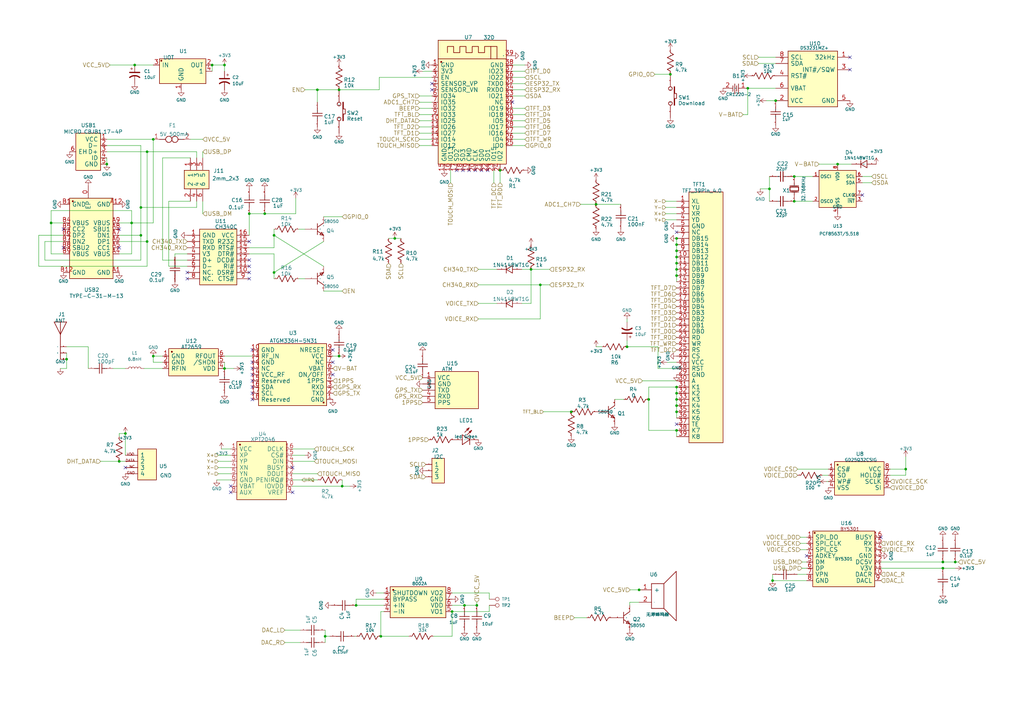
<source format=kicad_sch>
(kicad_sch (version 20210621) (generator eeschema)
  (paper "A3")
  (junction (at 20.955 91.44) (diameter 0.9144))
  (junction (at 27.305 147.32) (diameter 0.9144))
  (junction (at 43.815 67.31) (diameter 0.9144))
  (junction (at 48.895 189.23) (diameter 0.9144))
  (junction (at 51.435 177.8) (diameter 0.9144))
  (junction (at 53.975 91.44) (diameter 0.9144))
  (junction (at 55.245 26.67) (diameter 0.9144))
  (junction (at 57.785 85.09) (diameter 0.9144))
  (junction (at 57.785 96.52) (diameter 0.9144))
  (junction (at 60.325 62.23) (diameter 0.9144))
  (junction (at 60.325 99.06) (diameter 0.9144))
  (junction (at 62.865 57.15) (diameter 0.9144))
  (junction (at 62.865 146.05) (diameter 0.9144))
  (junction (at 86.995 26.67) (diameter 0.9144))
  (junction (at 92.075 26.67) (diameter 0.9144))
  (junction (at 92.075 151.13) (diameter 0.9144))
  (junction (at 102.235 87.63) (diameter 0.9144))
  (junction (at 108.585 87.63) (diameter 0.9144))
  (junction (at 112.395 96.52) (diameter 0.9144))
  (junction (at 112.395 111.76) (diameter 0.9144))
  (junction (at 130.175 36.83) (diameter 0.9144))
  (junction (at 133.35 260.985) (diameter 0.9144))
  (junction (at 139.065 36.83) (diameter 0.9144))
  (junction (at 139.065 146.05) (diameter 0.9144))
  (junction (at 140.335 199.39) (diameter 0.9144))
  (junction (at 146.05 248.285) (diameter 0.9144))
  (junction (at 156.21 260.985) (diameter 0.9144))
  (junction (at 161.925 97.79) (diameter 0.9144))
  (junction (at 185.42 250.825) (diameter 0.9144))
  (junction (at 190.5 248.285) (diameter 0.9144))
  (junction (at 195.58 248.285) (diameter 0.9144))
  (junction (at 205.105 69.85) (diameter 0.9144))
  (junction (at 217.805 110.49) (diameter 0.9144))
  (junction (at 221.615 116.84) (diameter 0.9144))
  (junction (at 234.315 168.91) (diameter 0.9144))
  (junction (at 244.475 83.82) (diameter 0.9144))
  (junction (at 257.175 142.24) (diameter 0.9144))
  (junction (at 262.128 241.935) (diameter 0.9144))
  (junction (at 266.065 163.83) (diameter 0.9144))
  (junction (at 274.955 30.48) (diameter 0.9144))
  (junction (at 277.495 97.79) (diameter 0.9144))
  (junction (at 277.495 100.33) (diameter 0.9144))
  (junction (at 277.495 102.87) (diameter 0.9144))
  (junction (at 277.495 105.41) (diameter 0.9144))
  (junction (at 277.495 107.95) (diameter 0.9144))
  (junction (at 277.495 110.49) (diameter 0.9144))
  (junction (at 277.495 113.03) (diameter 0.9144))
  (junction (at 277.495 158.75) (diameter 0.9144))
  (junction (at 277.495 161.29) (diameter 0.9144))
  (junction (at 277.495 163.83) (diameter 0.9144))
  (junction (at 277.495 166.37) (diameter 0.9144))
  (junction (at 277.495 168.91) (diameter 0.9144))
  (junction (at 277.495 176.53) (diameter 0.9144))
  (junction (at 306.705 36.195) (diameter 0.9144))
  (junction (at 315.595 77.47) (diameter 0.9144))
  (junction (at 316.865 238.125) (diameter 0.9144))
  (junction (at 318.135 41.275) (diameter 0.9144))
  (junction (at 325.755 72.39) (diameter 0.9144))
  (junction (at 325.755 82.55) (diameter 0.9144))
  (junction (at 343.535 67.31) (diameter 0.9144))
  (junction (at 371.475 192.405) (diameter 0.9144))
  (junction (at 386.715 230.505) (diameter 0.9144))
  (junction (at 386.715 233.045) (diameter 0.9144))
  (junction (at 391.795 230.505) (diameter 0.9144))
  (no_connect (at 26.035 93.98))
  (no_connect (at 26.035 101.6))
  (no_connect (at 48.895 93.98))
  (no_connect (at 48.895 101.6))
  (no_connect (at 51.435 191.77))
  (no_connect (at 76.835 111.76))
  (no_connect (at 76.835 114.3))
  (no_connect (at 94.615 199.39))
  (no_connect (at 94.615 201.93))
  (no_connect (at 102.235 99.06))
  (no_connect (at 102.235 106.68))
  (no_connect (at 102.235 109.22))
  (no_connect (at 102.235 111.76))
  (no_connect (at 102.235 114.3))
  (no_connect (at 103.505 143.51))
  (no_connect (at 103.505 148.59))
  (no_connect (at 103.505 151.13))
  (no_connect (at 103.505 153.67))
  (no_connect (at 103.505 156.21))
  (no_connect (at 103.505 158.75))
  (no_connect (at 103.505 161.29))
  (no_connect (at 103.505 163.83))
  (no_connect (at 120.015 191.77))
  (no_connect (at 120.015 201.93))
  (no_connect (at 136.525 143.51))
  (no_connect (at 136.525 148.59))
  (no_connect (at 136.525 153.67))
  (no_connect (at 177.165 34.29))
  (no_connect (at 177.165 36.83))
  (no_connect (at 187.325 69.85))
  (no_connect (at 189.865 69.85))
  (no_connect (at 192.405 69.85))
  (no_connect (at 194.945 69.85))
  (no_connect (at 197.485 69.85))
  (no_connect (at 200.025 69.85))
  (no_connect (at 210.185 41.91))
  (no_connect (at 277.495 95.25))
  (no_connect (at 277.495 173.99))
  (no_connect (at 330.835 227.965))
  (no_connect (at 348.615 23.495))
  (no_connect (at 348.615 28.575))
  (no_connect (at 353.695 80.01))
  (no_connect (at 361.315 220.345))
  (wire (pts (xy 15.875 96.52) (xy 26.035 96.52)))
  (wire (pts (xy 15.875 109.22) (xy 15.875 96.52)))
  (wire (pts (xy 18.415 99.06) (xy 26.035 99.06)))
  (wire (pts (xy 18.415 106.68) (xy 18.415 99.06)))
  (wire (pts (xy 20.955 86.36) (xy 20.955 91.44)))
  (wire (pts (xy 20.955 91.44) (xy 20.955 104.14)))
  (wire (pts (xy 20.955 91.44) (xy 26.035 91.44)))
  (wire (pts (xy 20.955 104.14) (xy 26.035 104.14)))
  (wire (pts (xy 24.765 151.13) (xy 27.305 151.13)))
  (wire (pts (xy 27.305 142.24) (xy 36.195 142.24)))
  (wire (pts (xy 27.305 147.32) (xy 27.305 144.78)))
  (wire (pts (xy 27.305 151.13) (xy 27.305 147.32)))
  (wire (pts (xy 36.195 142.24) (xy 36.195 151.13)))
  (wire (pts (xy 41.275 189.23) (xy 48.895 189.23)))
  (wire (pts (xy 43.815 57.15) (xy 62.865 57.15)))
  (wire (pts (xy 43.815 62.23) (xy 60.325 62.23)))
  (wire (pts (xy 43.815 67.31) (xy 43.815 64.77)))
  (wire (pts (xy 45.085 26.67) (xy 55.245 26.67)))
  (wire (pts (xy 48.895 96.52) (xy 57.785 96.52)))
  (wire (pts (xy 48.895 99.06) (xy 60.325 99.06)))
  (wire (pts (xy 48.895 177.8) (xy 48.895 179.07)))
  (wire (pts (xy 48.895 189.23) (xy 51.435 189.23)))
  (wire (pts (xy 51.435 151.13) (xy 46.355 151.13)))
  (wire (pts (xy 51.435 177.8) (xy 48.895 177.8)))
  (wire (pts (xy 51.435 186.69) (xy 51.435 177.8)))
  (wire (pts (xy 53.975 86.36) (xy 20.955 86.36)))
  (wire (pts (xy 53.975 91.44) (xy 48.895 91.44)))
  (wire (pts (xy 53.975 91.44) (xy 53.975 86.36)))
  (wire (pts (xy 53.975 91.44) (xy 53.975 104.14)))
  (wire (pts (xy 53.975 104.14) (xy 48.895 104.14)))
  (wire (pts (xy 55.245 26.67) (xy 62.865 26.67)))
  (wire (pts (xy 57.785 59.69) (xy 43.815 59.69)))
  (wire (pts (xy 57.785 85.09) (xy 57.785 59.69)))
  (wire (pts (xy 57.785 85.09) (xy 80.645 85.09)))
  (wire (pts (xy 57.785 96.52) (xy 57.785 85.09)))
  (wire (pts (xy 57.785 96.52) (xy 57.785 106.68)))
  (wire (pts (xy 57.785 106.68) (xy 18.415 106.68)))
  (wire (pts (xy 60.325 62.23) (xy 60.325 99.06)))
  (wire (pts (xy 60.325 62.23) (xy 80.645 62.23)))
  (wire (pts (xy 60.325 99.06) (xy 60.325 109.22)))
  (wire (pts (xy 60.325 109.22) (xy 15.875 109.22)))
  (wire (pts (xy 62.865 57.15) (xy 62.865 91.44)))
  (wire (pts (xy 62.865 91.44) (xy 53.975 91.44)))
  (wire (pts (xy 62.865 146.05) (xy 66.675 146.05)))
  (wire (pts (xy 62.865 148.59) (xy 62.865 146.05)))
  (wire (pts (xy 66.675 64.77) (xy 78.105 64.77)))
  (wire (pts (xy 66.675 106.68) (xy 66.675 64.77)))
  (wire (pts (xy 66.675 148.59) (xy 62.865 148.59)))
  (wire (pts (xy 66.675 151.13) (xy 59.055 151.13)))
  (wire (pts (xy 69.215 82.55) (xy 78.105 82.55)))
  (wire (pts (xy 69.215 109.22) (xy 69.215 82.55)))
  (wire (pts (xy 71.755 104.14) (xy 76.835 104.14)))
  (wire (pts (xy 71.755 105.41) (xy 71.755 104.14)))
  (wire (pts (xy 76.835 106.68) (xy 66.675 106.68)))
  (wire (pts (xy 76.835 109.22) (xy 69.215 109.22)))
  (wire (pts (xy 80.645 62.23) (xy 80.645 64.77)))
  (wire (pts (xy 80.645 85.09) (xy 80.645 82.55)))
  (wire (pts (xy 83.185 57.15) (xy 78.105 57.15)))
  (wire (pts (xy 83.185 64.77) (xy 83.185 62.23)))
  (wire (pts (xy 83.185 82.55) (xy 83.185 87.63)))
  (wire (pts (xy 86.995 26.67) (xy 86.995 29.21)))
  (wire (pts (xy 86.995 26.67) (xy 92.075 26.67)))
  (wire (pts (xy 89.535 186.69) (xy 94.615 186.69)))
  (wire (pts (xy 89.535 189.23) (xy 94.615 189.23)))
  (wire (pts (xy 89.535 191.77) (xy 94.615 191.77)))
  (wire (pts (xy 89.535 194.31) (xy 94.615 194.31)))
  (wire (pts (xy 92.075 29.21) (xy 92.075 26.67)))
  (wire (pts (xy 92.075 151.13) (xy 92.075 148.59)))
  (wire (pts (xy 92.075 151.13) (xy 95.885 151.13)))
  (wire (pts (xy 94.615 184.15) (xy 90.805 184.15)))
  (wire (pts (xy 94.615 196.85) (xy 88.9 196.85)))
  (wire (pts (xy 102.235 87.63) (xy 102.235 96.52)))
  (wire (pts (xy 102.235 101.6) (xy 112.395 101.6)))
  (wire (pts (xy 102.235 104.14) (xy 112.395 104.14)))
  (wire (pts (xy 103.505 146.05) (xy 92.075 146.05)))
  (wire (pts (xy 108.585 87.63) (xy 102.235 87.63)))
  (wire (pts (xy 112.395 96.52) (xy 112.395 93.98)))
  (wire (pts (xy 112.395 96.52) (xy 132.715 109.22)))
  (wire (pts (xy 112.395 101.6) (xy 112.395 96.52)))
  (wire (pts (xy 112.395 104.14) (xy 112.395 111.76)))
  (wire (pts (xy 112.395 111.76) (xy 112.395 114.3)))
  (wire (pts (xy 112.395 111.76) (xy 132.715 99.06)))
  (wire (pts (xy 116.84 258.445) (xy 123.19 258.445)))
  (wire (pts (xy 116.84 263.525) (xy 123.19 263.525)))
  (wire (pts (xy 120.015 184.15) (xy 128.905 184.15)))
  (wire (pts (xy 120.015 189.23) (xy 128.905 189.23)))
  (wire (pts (xy 120.015 194.31) (xy 130.175 194.31)))
  (wire (pts (xy 120.015 199.39) (xy 140.335 199.39)))
  (wire (pts (xy 121.285 81.28) (xy 121.285 87.63)))
  (wire (pts (xy 121.285 87.63) (xy 108.585 87.63)))
  (wire (pts (xy 122.555 93.98) (xy 125.095 93.98)))
  (wire (pts (xy 122.555 114.3) (xy 125.095 114.3)))
  (wire (pts (xy 125.095 36.83) (xy 130.175 36.83)))
  (wire (pts (xy 125.095 186.69) (xy 120.015 186.69)))
  (wire (pts (xy 130.175 36.83) (xy 130.175 41.91)))
  (wire (pts (xy 130.175 196.85) (xy 120.015 196.85)))
  (wire (pts (xy 132.715 88.9) (xy 140.335 88.9)))
  (wire (pts (xy 132.715 119.38) (xy 140.335 119.38)))
  (wire (pts (xy 133.35 260.985) (xy 133.35 258.445)))
  (wire (pts (xy 133.35 260.985) (xy 135.255 260.985)))
  (wire (pts (xy 133.35 263.525) (xy 133.35 260.985)))
  (wire (pts (xy 136.525 146.05) (xy 139.065 146.05)))
  (wire (pts (xy 139.065 36.83) (xy 130.175 36.83)))
  (wire (pts (xy 139.065 36.83) (xy 155.575 36.83)))
  (wire (pts (xy 140.335 199.39) (xy 140.335 196.85)))
  (wire (pts (xy 143.51 199.39) (xy 140.335 199.39)))
  (wire (pts (xy 145.415 260.985) (xy 146.05 260.985)))
  (wire (pts (xy 146.05 245.745) (xy 157.48 245.745)))
  (wire (pts (xy 146.05 248.285) (xy 146.05 245.745)))
  (wire (pts (xy 154.305 243.205) (xy 157.48 243.205)))
  (wire (pts (xy 155.575 31.75) (xy 177.165 31.75)))
  (wire (pts (xy 155.575 36.83) (xy 155.575 31.75)))
  (wire (pts (xy 156.21 250.825) (xy 156.21 260.985)))
  (wire (pts (xy 156.21 260.985) (xy 167.64 260.985)))
  (wire (pts (xy 157.48 248.285) (xy 146.05 248.285)))
  (wire (pts (xy 157.48 250.825) (xy 156.21 250.825)))
  (wire (pts (xy 159.385 97.79) (xy 161.925 97.79)))
  (wire (pts (xy 161.925 97.79) (xy 164.465 97.79)))
  (wire (pts (xy 172.085 39.37) (xy 177.165 39.37)))
  (wire (pts (xy 173.355 29.21) (xy 177.165 29.21)))
  (wire (pts (xy 177.165 41.91) (xy 172.085 41.91)))
  (wire (pts (xy 177.165 44.45) (xy 172.085 44.45)))
  (wire (pts (xy 177.165 46.99) (xy 172.085 46.99)))
  (wire (pts (xy 177.165 49.53) (xy 172.085 49.53)))
  (wire (pts (xy 177.165 52.07) (xy 172.085 52.07)))
  (wire (pts (xy 177.165 54.61) (xy 172.085 54.61)))
  (wire (pts (xy 177.165 57.15) (xy 172.085 57.15)))
  (wire (pts (xy 177.165 59.69) (xy 172.085 59.69)))
  (wire (pts (xy 177.8 260.985) (xy 185.42 260.985)))
  (wire (pts (xy 184.785 69.85) (xy 184.785 74.93)))
  (wire (pts (xy 185.42 248.285) (xy 190.5 248.285)))
  (wire (pts (xy 185.42 250.825) (xy 200.66 250.825)))
  (wire (pts (xy 185.42 260.985) (xy 185.42 250.825)))
  (wire (pts (xy 190.5 248.285) (xy 195.58 248.285)))
  (wire (pts (xy 195.58 248.285) (xy 195.58 247.015)))
  (wire (pts (xy 200.66 243.205) (xy 185.42 243.205)))
  (wire (pts (xy 200.66 245.745) (xy 200.66 243.205)))
  (wire (pts (xy 200.66 250.825) (xy 200.66 248.285)))
  (wire (pts (xy 202.565 69.85) (xy 202.565 74.93)))
  (wire (pts (xy 203.835 110.49) (xy 196.215 110.49)))
  (wire (pts (xy 203.835 124.46) (xy 196.215 124.46)))
  (wire (pts (xy 205.105 69.85) (xy 205.105 74.93)))
  (wire (pts (xy 210.185 26.67) (xy 215.265 26.67)))
  (wire (pts (xy 210.185 29.21) (xy 215.265 29.21)))
  (wire (pts (xy 210.185 31.75) (xy 215.265 31.75)))
  (wire (pts (xy 210.185 34.29) (xy 215.265 34.29)))
  (wire (pts (xy 210.185 36.83) (xy 215.265 36.83)))
  (wire (pts (xy 210.185 39.37) (xy 215.265 39.37)))
  (wire (pts (xy 210.185 44.45) (xy 215.265 44.45)))
  (wire (pts (xy 210.185 46.99) (xy 215.265 46.99)))
  (wire (pts (xy 210.185 49.53) (xy 215.265 49.53)))
  (wire (pts (xy 210.185 52.07) (xy 215.265 52.07)))
  (wire (pts (xy 210.185 54.61) (xy 215.265 54.61)))
  (wire (pts (xy 210.185 57.15) (xy 215.265 57.15)))
  (wire (pts (xy 210.185 59.69) (xy 215.265 59.69)))
  (wire (pts (xy 213.995 124.46) (xy 217.805 124.46)))
  (wire (pts (xy 217.805 110.49) (xy 213.995 110.49)))
  (wire (pts (xy 217.805 110.49) (xy 225.425 110.49)))
  (wire (pts (xy 217.805 124.46) (xy 217.805 110.49)))
  (wire (pts (xy 221.615 116.84) (xy 196.215 116.84)))
  (wire (pts (xy 221.615 116.84) (xy 221.615 130.81)))
  (wire (pts (xy 221.615 130.81) (xy 196.215 130.81)))
  (wire (pts (xy 222.885 168.91) (xy 234.315 168.91)))
  (wire (pts (xy 225.425 116.84) (xy 221.615 116.84)))
  (wire (pts (xy 235.585 253.365) (xy 240.665 253.365)))
  (wire (pts (xy 244.475 83.82) (xy 238.125 83.82)))
  (wire (pts (xy 244.475 83.82) (xy 254.635 83.82)))
  (wire (pts (xy 247.015 142.24) (xy 244.475 142.24)))
  (wire (pts (xy 250.825 253.365) (xy 250.698 253.365)))
  (wire (pts (xy 255.905 163.83) (xy 252.095 163.83)))
  (wire (pts (xy 257.175 130.81) (xy 257.175 132.08)))
  (wire (pts (xy 257.175 139.7) (xy 257.175 142.24)))
  (wire (pts (xy 257.175 142.24) (xy 269.875 142.24)))
  (wire (pts (xy 258.318 247.015) (xy 258.318 248.285)))
  (wire (pts (xy 258.445 241.935) (xy 262.128 241.935)))
  (wire (pts (xy 262.128 241.935) (xy 262.255 241.935)))
  (wire (pts (xy 262.128 247.015) (xy 258.318 247.015)))
  (wire (pts (xy 266.065 158.75) (xy 266.065 163.83)))
  (wire (pts (xy 266.065 163.83) (xy 266.065 176.53)))
  (wire (pts (xy 266.065 176.53) (xy 277.495 176.53)))
  (wire (pts (xy 269.875 142.24) (xy 269.875 151.13)))
  (wire (pts (xy 269.875 151.13) (xy 277.495 151.13)))
  (wire (pts (xy 273.05 82.55) (xy 277.495 82.55)))
  (wire (pts (xy 273.05 85.09) (xy 277.495 85.09)))
  (wire (pts (xy 273.05 87.63) (xy 277.495 87.63)))
  (wire (pts (xy 273.05 90.17) (xy 277.495 90.17)))
  (wire (pts (xy 273.685 148.59) (xy 277.495 148.59)))
  (wire (pts (xy 274.955 30.48) (xy 268.605 30.48)))
  (wire (pts (xy 277.495 97.79) (xy 277.495 100.33)))
  (wire (pts (xy 277.495 100.33) (xy 277.495 102.87)))
  (wire (pts (xy 277.495 102.87) (xy 277.495 105.41)))
  (wire (pts (xy 277.495 105.41) (xy 277.495 107.95)))
  (wire (pts (xy 277.495 107.95) (xy 277.495 110.49)))
  (wire (pts (xy 277.495 110.49) (xy 277.495 113.03)))
  (wire (pts (xy 277.495 113.03) (xy 277.495 115.57)))
  (wire (pts (xy 277.495 156.21) (xy 263.525 156.21)))
  (wire (pts (xy 277.495 158.75) (xy 266.065 158.75)))
  (wire (pts (xy 277.495 161.29) (xy 277.495 158.75)))
  (wire (pts (xy 277.495 163.83) (xy 277.495 161.29)))
  (wire (pts (xy 277.495 166.37) (xy 277.495 163.83)))
  (wire (pts (xy 277.495 168.91) (xy 277.495 166.37)))
  (wire (pts (xy 277.495 171.45) (xy 277.495 168.91)))
  (wire (pts (xy 277.495 179.07) (xy 277.495 176.53)))
  (wire (pts (xy 304.8 46.99) (xy 306.705 46.99)))
  (wire (pts (xy 306.705 36.195) (xy 318.135 36.195)))
  (wire (pts (xy 306.705 46.99) (xy 306.705 36.195)))
  (wire (pts (xy 311.15 23.495) (xy 318.135 23.495)))
  (wire (pts (xy 311.15 26.035) (xy 318.135 26.035)))
  (wire (pts (xy 315.595 77.47) (xy 311.785 77.47)))
  (wire (pts (xy 315.595 77.47) (xy 315.595 72.39)))
  (wire (pts (xy 315.595 82.55) (xy 315.595 77.47)))
  (wire (pts (xy 316.865 238.125) (xy 316.865 235.585)))
  (wire (pts (xy 318.135 41.275) (xy 314.325 41.275)))
  (wire (pts (xy 325.755 72.39) (xy 333.375 72.39)))
  (wire (pts (xy 327.152 192.405) (xy 339.725 192.405)))
  (wire (pts (xy 328.295 220.345) (xy 330.835 220.345)))
  (wire (pts (xy 328.295 222.885) (xy 330.835 222.885)))
  (wire (pts (xy 328.295 225.425) (xy 330.835 225.425)))
  (wire (pts (xy 328.93 230.505) (xy 330.835 230.505)))
  (wire (pts (xy 328.93 233.045) (xy 330.835 233.045)))
  (wire (pts (xy 330.835 235.585) (xy 327.025 235.585)))
  (wire (pts (xy 330.835 238.125) (xy 316.865 238.125)))
  (wire (pts (xy 333.375 82.55) (xy 325.755 82.55)))
  (wire (pts (xy 335.915 67.31) (xy 343.535 67.31)))
  (wire (pts (xy 337.312 194.945) (xy 339.725 194.945)))
  (wire (pts (xy 339.09 197.485) (xy 339.725 197.485)))
  (wire (pts (xy 343.535 67.31) (xy 349.25 67.31)))
  (wire (pts (xy 357.505 72.39) (xy 353.695 72.39)))
  (wire (pts (xy 357.505 74.93) (xy 353.695 74.93)))
  (wire (pts (xy 361.315 230.505) (xy 386.715 230.505)))
  (wire (pts (xy 361.315 233.045) (xy 386.715 233.045)))
  (wire (pts (xy 371.475 187.325) (xy 371.475 192.405)))
  (wire (pts (xy 371.475 192.405) (xy 365.125 192.405)))
  (wire (pts (xy 371.475 192.405) (xy 371.475 194.945)))
  (wire (pts (xy 371.475 194.945) (xy 365.125 194.945)))
  (wire (pts (xy 386.715 230.505) (xy 391.795 230.505)))
  (wire (pts (xy 386.715 233.045) (xy 391.795 233.045)))
  (wire (pts (xy 391.795 230.505) (xy 393.065 230.505)))
  (hierarchical_label "DHT_DATA" (shape input) (at 41.275 189.23 180) (effects (font (size 1.6764 1.6764))))
  (hierarchical_label "VCC_5V" (shape input) (at 45.085 26.67 180) (effects (font (size 1.6764 1.6764))))
  (hierarchical_label "CH340_TX" (shape input) (at 76.835 99.06 180) (effects (font (size 1.6764 1.6764))))
  (hierarchical_label "CH340_RX" (shape input) (at 76.835 101.6 180) (effects (font (size 1.6764 1.6764))))
  (hierarchical_label "VCC_5V" (shape input) (at 83.185 57.15 0) (effects (font (size 1.6764 1.6764))))
  (hierarchical_label "USB_DP" (shape input) (at 83.185 62.23 0) (effects (font (size 1.6764 1.6764))))
  (hierarchical_label "USB_DM" (shape input) (at 83.185 87.63 0) (effects (font (size 1.6764 1.6764))))
  (hierarchical_label "X+" (shape input) (at 89.535 186.69 180) (effects (font (size 1.3716 1.3716))))
  (hierarchical_label "Y+" (shape input) (at 89.535 189.23 180) (effects (font (size 1.3716 1.3716))))
  (hierarchical_label "X-" (shape input) (at 89.535 191.77 180) (effects (font (size 1.3716 1.3716))))
  (hierarchical_label "Y-" (shape input) (at 89.535 194.31 180) (effects (font (size 1.3716 1.3716))))
  (hierarchical_label "DAC_L" (shape input) (at 116.84 258.445 180) (effects (font (size 1.6764 1.6764))))
  (hierarchical_label "DAC_R" (shape input) (at 116.84 263.525 180) (effects (font (size 1.6764 1.6764))))
  (hierarchical_label "IRQ" (shape input) (at 123.825 196.85 0) (effects (font (size 1.3716 1.3716))))
  (hierarchical_label "EN" (shape input) (at 125.095 36.83 180) (effects (font (size 1.6764 1.6764))))
  (hierarchical_label "TOUCH_SCK" (shape input) (at 128.905 184.15 0) (effects (font (size 1.6764 1.6764))))
  (hierarchical_label "TOUCH_MOSI" (shape input) (at 128.905 189.23 0) (effects (font (size 1.6764 1.6764))))
  (hierarchical_label "TOUCH_MISO" (shape input) (at 130.175 194.31 0) (effects (font (size 1.6764 1.6764))))
  (hierarchical_label "V-BAT" (shape input) (at 136.525 151.13 0) (effects (font (size 1.6764 1.6764))))
  (hierarchical_label "1PPS" (shape input) (at 136.525 156.21 0) (effects (font (size 1.6764 1.6764))))
  (hierarchical_label "GPS_RX" (shape input) (at 136.525 158.75 0) (effects (font (size 1.6764 1.6764))))
  (hierarchical_label "GPS_TX" (shape input) (at 136.525 161.29 0) (effects (font (size 1.6764 1.6764))))
  (hierarchical_label "GPIO_0" (shape input) (at 140.335 88.9 0) (effects (font (size 1.6764 1.6764))))
  (hierarchical_label "EN" (shape input) (at 140.335 119.38 0) (effects (font (size 1.6764 1.6764))))
  (hierarchical_label "SDA" (shape input) (at 159.385 107.95 270) (effects (font (size 1.6764 1.6764))))
  (hierarchical_label "SCL" (shape input) (at 164.465 107.95 270) (effects (font (size 1.6764 1.6764))))
  (hierarchical_label "GPS_TX" (shape input) (at 172.085 39.37 180) (effects (font (size 1.6764 1.6764))))
  (hierarchical_label "ADC1_CH7" (shape input) (at 172.085 41.91 180) (effects (font (size 1.6764 1.6764))))
  (hierarchical_label "BEEP" (shape input) (at 172.085 44.45 180) (effects (font (size 1.6764 1.6764))))
  (hierarchical_label "TFT_BL" (shape input) (at 172.085 46.99 180) (effects (font (size 1.6764 1.6764))))
  (hierarchical_label "DHT_DATA" (shape input) (at 172.085 49.53 180) (effects (font (size 1.6764 1.6764))))
  (hierarchical_label "TFT_D2" (shape input) (at 172.085 52.07 180) (effects (font (size 1.6764 1.6764))))
  (hierarchical_label "TFT_D1" (shape input) (at 172.085 54.61 180) (effects (font (size 1.6764 1.6764))))
  (hierarchical_label "TOUCH_SCK" (shape input) (at 172.085 57.15 180) (effects (font (size 1.6764 1.6764))))
  (hierarchical_label "TOUCH_MISO" (shape input) (at 172.085 59.69 180) (effects (font (size 1.6764 1.6764))))
  (hierarchical_label "VCC_5V" (shape input) (at 173.355 154.94 180) (effects (font (size 1.6764 1.6764))))
  (hierarchical_label "GPS_TX" (shape input) (at 173.355 160.02 180) (effects (font (size 1.6764 1.6764))))
  (hierarchical_label "GPS_RX" (shape input) (at 173.355 162.56 180) (effects (font (size 1.6764 1.6764))))
  (hierarchical_label "1PPS" (shape input) (at 173.355 165.1 180) (effects (font (size 1.6764 1.6764))))
  (hierarchical_label "SCL" (shape input) (at 174.625 190.5 180) (effects (font (size 1.6764 1.6764))))
  (hierarchical_label "SDA" (shape input) (at 174.625 195.58 180) (effects (font (size 1.6764 1.6764))))
  (hierarchical_label "1PPS" (shape input) (at 175.895 180.34 180) (effects (font (size 1.6764 1.6764))))
  (hierarchical_label "TOUCH_MOSI" (shape input) (at 184.785 74.93 270) (effects (font (size 1.6764 1.6764))))
  (hierarchical_label "VCC_5V" (shape input) (at 195.58 247.015 90) (effects (font (size 1.6764 1.6764))))
  (hierarchical_label "CH340_TX" (shape input) (at 196.215 110.49 180) (effects (font (size 1.6764 1.6764))))
  (hierarchical_label "CH340_RX" (shape input) (at 196.215 116.84 180) (effects (font (size 1.6764 1.6764))))
  (hierarchical_label "VOICE_TX" (shape input) (at 196.215 124.46 180) (effects (font (size 1.6764 1.6764))))
  (hierarchical_label "VOICE_RX" (shape input) (at 196.215 130.81 180) (effects (font (size 1.6764 1.6764))))
  (hierarchical_label "TFT_DC" (shape input) (at 202.565 74.93 270) (effects (font (size 1.6764 1.6764))))
  (hierarchical_label "TFT_RD" (shape input) (at 205.105 74.93 270) (effects (font (size 1.6764 1.6764))))
  (hierarchical_label "TFT_D0" (shape input) (at 215.265 29.21 0) (effects (font (size 1.6764 1.6764))))
  (hierarchical_label "SCL" (shape input) (at 215.265 31.75 0) (effects (font (size 1.6764 1.6764))))
  (hierarchical_label "ESP32_TX" (shape input) (at 215.265 34.29 0) (effects (font (size 1.6764 1.6764))))
  (hierarchical_label "ESP32_RX" (shape input) (at 215.265 36.83 0) (effects (font (size 1.6764 1.6764))))
  (hierarchical_label "SDA" (shape input) (at 215.265 39.37 0) (effects (font (size 1.6764 1.6764))))
  (hierarchical_label "TFT_D3" (shape input) (at 215.265 44.45 0) (effects (font (size 1.6764 1.6764))))
  (hierarchical_label "TFT_D4" (shape input) (at 215.265 46.99 0) (effects (font (size 1.6764 1.6764))))
  (hierarchical_label "TFT_D5" (shape input) (at 215.265 49.53 0) (effects (font (size 1.6764 1.6764))))
  (hierarchical_label "TFT_D6" (shape input) (at 215.265 52.07 0) (effects (font (size 1.6764 1.6764))))
  (hierarchical_label "TFT_D7" (shape input) (at 215.265 54.61 0) (effects (font (size 1.6764 1.6764))))
  (hierarchical_label "TFT_WR" (shape input) (at 215.265 57.15 0) (effects (font (size 1.6764 1.6764))))
  (hierarchical_label "GPIO_0" (shape input) (at 215.265 59.69 0) (effects (font (size 1.6764 1.6764))))
  (hierarchical_label "TFT_BL" (shape input) (at 222.885 168.91 180) (effects (font (size 1.3716 1.3716))))
  (hierarchical_label "ESP32_RX" (shape input) (at 225.425 110.49 0) (effects (font (size 1.6764 1.6764))))
  (hierarchical_label "ESP32_TX" (shape input) (at 225.425 116.84 0) (effects (font (size 1.6764 1.6764))))
  (hierarchical_label "BEEP" (shape input) (at 235.585 253.365 180) (effects (font (size 1.6764 1.6764))))
  (hierarchical_label "ADC1_CH7" (shape input) (at 238.125 83.82 180) (effects (font (size 1.6764 1.6764))))
  (hierarchical_label "VCC_5V" (shape input) (at 258.445 241.935 180) (effects (font (size 1.6764 1.6764))))
  (hierarchical_label "VCC_5V" (shape input) (at 263.525 156.21 180) (effects (font (size 1.6764 1.6764))))
  (hierarchical_label "GPIO_0" (shape input) (at 268.605 30.48 180) (effects (font (size 1.6764 1.6764))))
  (hierarchical_label "X-" (shape input) (at 273.05 82.55 180) (effects (font (size 1.3716 1.3716))))
  (hierarchical_label "Y-" (shape input) (at 273.05 85.09 180) (effects (font (size 1.3716 1.3716))))
  (hierarchical_label "X+" (shape input) (at 273.05 87.63 180) (effects (font (size 1.3716 1.3716))))
  (hierarchical_label "Y+" (shape input) (at 273.05 90.17 180) (effects (font (size 1.3716 1.3716))))
  (hierarchical_label "TFT_D7" (shape input) (at 277.495 118.11 180) (effects (font (size 1.6764 1.6764))))
  (hierarchical_label "TFT_D6" (shape input) (at 277.495 120.65 180) (effects (font (size 1.6764 1.6764))))
  (hierarchical_label "TFT_D5" (shape input) (at 277.495 123.19 180) (effects (font (size 1.6764 1.6764))))
  (hierarchical_label "TFT_D4" (shape input) (at 277.495 125.73 180) (effects (font (size 1.6764 1.6764))))
  (hierarchical_label "TFT_D3" (shape input) (at 277.495 128.27 180) (effects (font (size 1.6764 1.6764))))
  (hierarchical_label "TFT_D2" (shape input) (at 277.495 130.81 180) (effects (font (size 1.6764 1.6764))))
  (hierarchical_label "TFT_D1" (shape input) (at 277.495 133.35 180) (effects (font (size 1.6764 1.6764))))
  (hierarchical_label "TFT_D0" (shape input) (at 277.495 135.89 180) (effects (font (size 1.6764 1.6764))))
  (hierarchical_label "TFT_RD" (shape input) (at 277.495 138.43 180) (effects (font (size 1.6764 1.6764))))
  (hierarchical_label "TFT_WR" (shape input) (at 277.495 140.97 180) (effects (font (size 1.6764 1.6764))))
  (hierarchical_label "TFT_DC" (shape input) (at 277.495 143.51 180) (effects (font (size 1.6764 1.6764))))
  (hierarchical_label "V-BAT" (shape input) (at 304.8 46.99 180) (effects (font (size 1.6764 1.6764))))
  (hierarchical_label "SCL" (shape input) (at 311.15 23.495 180) (effects (font (size 1.6764 1.6764))))
  (hierarchical_label "SDA" (shape input) (at 311.15 26.035 180) (effects (font (size 1.6764 1.6764))))
  (hierarchical_label "VOICE_CS" (shape input) (at 327.152 192.405 180) (effects (font (size 1.6764 1.6764))))
  (hierarchical_label "VOICE_DO" (shape input) (at 327.152 194.945 180) (effects (font (size 1.6764 1.6764))))
  (hierarchical_label "VOICE_DO" (shape input) (at 328.295 220.345 180) (effects (font (size 1.6764 1.6764))))
  (hierarchical_label "VOICE_SCK" (shape input) (at 328.295 222.885 180) (effects (font (size 1.6764 1.6764))))
  (hierarchical_label "VOICE_CS" (shape input) (at 328.295 225.425 180) (effects (font (size 1.6764 1.6764))))
  (hierarchical_label "USB_DM" (shape input) (at 328.93 230.505 180) (effects (font (size 1.6764 1.6764))))
  (hierarchical_label "USB_DP" (shape input) (at 328.93 233.045 180) (effects (font (size 1.6764 1.6764))))
  (hierarchical_label "V-BAT" (shape input) (at 335.915 67.31 180) (effects (font (size 1.6764 1.6764))))
  (hierarchical_label "SCL" (shape input) (at 357.505 72.39 0) (effects (font (size 1.6764 1.6764))))
  (hierarchical_label "SDA" (shape input) (at 357.505 74.93 0) (effects (font (size 1.6764 1.6764))))
  (hierarchical_label "VOICE_RX" (shape input) (at 361.315 222.885 0) (effects (font (size 1.6764 1.6764))))
  (hierarchical_label "VOICE_TX" (shape input) (at 361.315 225.425 0) (effects (font (size 1.6764 1.6764))))
  (hierarchical_label "DAC_R" (shape input) (at 361.315 235.585 0) (effects (font (size 1.6764 1.6764))))
  (hierarchical_label "DAC_L" (shape input) (at 361.315 238.125 0) (effects (font (size 1.6764 1.6764))))
  (hierarchical_label "VOICE_SCK" (shape input) (at 365.125 197.485 0) (effects (font (size 1.6764 1.6764))))
  (hierarchical_label "VOICE_DO" (shape input) (at 365.125 200.025 0) (effects (font (size 1.6764 1.6764))))
  (hierarchical_label "VCC_5V" (shape input) (at 393.065 230.505 0) (effects (font (size 1.6764 1.6764))))
  (symbol (lib_id "power:+3.3V") (at 51.435 177.8 0) (unit 1)
    (property "Reference" "#VCC_3.3V_016" (effects hide))
    (property "Value" "3.3V" (at 51.435 179.578 0))
  )
  (symbol (lib_id "power:+3.3V") (at 90.805 184.15 0) (unit 1)
    (property "Reference" "#VCC_3.3V_017" (effects hide))
    (property "Value" "3.3V" (at 90.805 185.928 0))
  )
  (symbol (lib_id "power:+3.3V") (at 92.075 26.67 0) (unit 1)
    (property "Reference" "#VCC_3.3V_02" (effects hide))
    (property "Value" "3.3V" (at 92.075 22.733 0))
  )
  (symbol (lib_id "power:+3.3V") (at 95.885 151.13 270) (unit 1)
    (property "Reference" "#VCC_3.3V_014" (effects hide))
    (property "Value" "3.3V" (at 99.187 151.13 0))
  )
  (symbol (lib_id "power:+3.3V") (at 121.285 81.28 0) (unit 1)
    (property "Reference" "#VCC_3.3V_09" (effects hide))
    (property "Value" "3.3V" (at 121.285 77.978 0))
  )
  (symbol (lib_id "power:+3.3V") (at 139.065 26.67 0) (unit 1)
    (property "Reference" "#VCC_3.3V_03" (effects hide))
    (property "Value" "3.3V" (at 139.065 23.368 0))
  )
  (symbol (lib_id "power:+3.3V") (at 139.065 146.05 270) (unit 1)
    (property "Reference" "#VCC_3.3V_013" (effects hide))
    (property "Value" "3.3V" (at 143.637 146.05 0))
  )
  (symbol (lib_id "power:+3.3V") (at 143.51 199.39 270) (unit 1)
    (property "Reference" "#VCC_3.3V_019" (effects hide))
    (property "Value" "3.3V" (at 147.447 199.39 0))
  )
  (symbol (lib_id "power:+3.3V") (at 161.925 97.79 0) (unit 1)
    (property "Reference" "#VCC_3.3V_010" (effects hide))
    (property "Value" "3.3V" (at 161.925 93.853 0))
  )
  (symbol (lib_id "power:+3.3V") (at 173.355 29.21 90) (unit 1)
    (property "Reference" "#VCC_3.3V_04" (effects hide))
    (property "Value" "3.3V" (at 170.053 29.21 0))
  )
  (symbol (lib_id "power:+3.3V") (at 217.805 100.33 0) (unit 1)
    (property "Reference" "#VCC_3.3V_011" (effects hide))
    (property "Value" "3.3V" (at 217.805 102.108 0))
  )
  (symbol (lib_id "power:+3.3V") (at 244.475 73.66 0) (unit 1)
    (property "Reference" "#VCC_3.3V_08" (effects hide))
    (property "Value" "3.3V" (at 244.475 69.723 0))
  )
  (symbol (lib_id "power:+3.3V") (at 244.475 142.24 0) (unit 1)
    (property "Reference" "#VCC_3.3V_012" (effects hide))
    (property "Value" "3.3V" (at 244.475 144.018 0))
  )
  (symbol (lib_id "power:+3.3V") (at 273.685 148.59 90) (unit 1)
    (property "Reference" "#VCC_3.3V_015" (effects hide))
    (property "Value" "3.3V" (at 270.383 148.59 0))
  )
  (symbol (lib_id "power:+3.3V") (at 274.955 20.32 0) (unit 1)
    (property "Reference" "#VCC_3.3V_01" (effects hide))
    (property "Value" "3.3V" (at 274.955 17.018 0))
  )
  (symbol (lib_id "power:+3.3V") (at 307.975 31.115 90) (unit 1)
    (property "Reference" "#VCC_3.3V_05" (effects hide))
    (property "Value" "3.3V" (at 304.673 31.115 0))
  )
  (symbol (lib_id "power:+3.3V") (at 314.325 41.275 90) (unit 1)
    (property "Reference" "#VCC_3.3V_06" (effects hide))
    (property "Value" "3.3V" (at 311.023 41.275 0))
  )
  (symbol (lib_id "power:+3.3V") (at 339.09 197.485 90) (unit 1)
    (property "Reference" "#VCC_3.3V_018" (effects hide))
    (property "Value" "3.3V" (at 335.788 197.485 0))
  )
  (symbol (lib_id "power:+3.3V") (at 359.41 67.31 0) (unit 1)
    (property "Reference" "#VCC_3.3V_07" (effects hide))
    (property "Value" "+3.3V" (at 359.41 62.103 0))
  )
  (symbol (lib_id "power:+3.3V") (at 371.475 187.325 0) (unit 1)
    (property "Reference" "#VCC_3.3V01" (effects hide))
    (property "Value" "3.3V" (at 371.475 184.023 0))
  )
  (symbol (lib_id "power:+3.3V") (at 391.795 233.045 270) (unit 1)
    (property "Reference" "#VCC_3.3V_020" (effects hide))
    (property "Value" "3.3V" (at 397.002 233.045 90))
  )
  (symbol (lib_id "Connector:TestPoint") (at 200.66 245.745 270) (unit 1)
    (property "Reference" "TP1" (at 205.74 245.7449 90) (effects (justify left)))
    (property "Value" "TestPoint" (effects hide))
    (property "Footprint" "TestPoint:TestPoint_Pad_D2.5mm" (effects hide))
  )
  (symbol (lib_id "Connector:TestPoint") (at 200.66 248.285 270) (unit 1)
    (property "Reference" "TP2" (at 205.74 248.2849 90) (effects (justify left)))
    (property "Value" "SPEAKER" (effects hide))
    (property "Footprint" "TestPoint:TestPoint_Pad_D2.5mm" (effects hide))
  )
  (symbol (lib_id "power:GND") (at 24.765 151.13 0) (unit 1)
    (property "Reference" "#GND_037" (effects hide))
    (property "Value" "GND" (at 24.765 148.336 0))
  )
  (symbol (lib_id "power:GND") (at 26.035 83.82 270) (unit 1)
    (property "Reference" "#GND_021" (effects hide))
    (property "Value" "GND" (at 22.479 83.82 0))
  )
  (symbol (lib_id "power:GND") (at 26.035 111.76 0) (unit 1)
    (property "Reference" "#GND_029" (effects hide))
    (property "Value" "GND" (at 26.035 115.316 0))
  )
  (symbol (lib_id "power:GND") (at 28.575 62.23 0) (unit 1)
    (property "Reference" "#GND_013" (effects hide))
    (property "Value" "GND" (at 28.575 66.421 0))
  )
  (symbol (lib_id "power:GND") (at 36.195 76.2 180) (unit 1)
    (property "Reference" "#GND_017" (effects hide))
    (property "Value" "GND" (at 36.195 72.644 0))
  )
  (symbol (lib_id "power:GND") (at 43.815 67.31 0) (unit 1)
    (property "Reference" "#GND_014" (effects hide))
    (property "Value" "GND" (at 43.815 71.501 0))
  )
  (symbol (lib_id "power:GND") (at 48.895 83.82 90) (unit 1)
    (property "Reference" "#GND_022" (effects hide))
    (property "Value" "GND" (at 52.451 83.82 0))
  )
  (symbol (lib_id "power:GND") (at 48.895 111.76 0) (unit 1)
    (property "Reference" "#GND_030" (effects hide))
    (property "Value" "GND" (at 48.895 115.316 0))
  )
  (symbol (lib_id "power:GND") (at 51.435 194.31 0) (unit 1)
    (property "Reference" "#GND_047" (effects hide))
    (property "Value" "GND" (at 51.435 198.501 0))
  )
  (symbol (lib_id "power:GND") (at 55.245 34.29 0) (unit 1)
    (property "Reference" "#GND_05" (effects hide))
    (property "Value" "GND" (at 55.245 37.846 0))
  )
  (symbol (lib_id "power:GND") (at 62.865 146.05 180) (unit 1)
    (property "Reference" "#GND_035" (effects hide))
    (property "Value" "GND" (at 62.865 142.494 0))
  )
  (symbol (lib_id "power:GND") (at 71.755 115.57 0) (unit 1)
    (property "Reference" "#GND_031" (effects hide))
    (property "Value" "GND" (at 71.755 119.126 0))
  )
  (symbol (lib_id "power:GND") (at 74.295 36.83 0) (unit 1)
    (property "Reference" "#GND_06" (effects hide))
    (property "Value" "GND" (at 74.295 41.021 0))
  )
  (symbol (lib_id "power:GND") (at 76.835 96.52 270) (unit 1)
    (property "Reference" "#GND_027" (effects hide))
    (property "Value" "GND" (at 72.009 95.885 0))
  )
  (symbol (lib_id "power:GND") (at 88.9 196.85 0) (unit 1)
    (property "Reference" "#GND_048" (effects hide))
    (property "Value" "GND" (at 88.9 200.406 0))
  )
  (symbol (lib_id "power:GND") (at 92.075 36.83 0) (unit 1)
    (property "Reference" "#GND_07" (effects hide))
    (property "Value" "GND" (at 92.075 41.021 0))
  )
  (symbol (lib_id "power:GND") (at 92.075 161.29 0) (unit 1)
    (property "Reference" "#GND_040" (effects hide))
    (property "Value" "GND" (at 92.075 164.846 0))
  )
  (symbol (lib_id "power:GND") (at 102.235 77.47 180) (unit 1)
    (property "Reference" "#GND_018" (effects hide))
    (property "Value" "GND" (at 102.235 73.914 0))
  )
  (symbol (lib_id "power:GND") (at 108.585 77.47 180) (unit 1)
    (property "Reference" "#GND_019" (effects hide))
    (property "Value" "GND" (at 108.585 73.914 0))
  )
  (symbol (lib_id "power:GND") (at 125.095 186.69 90) (unit 1)
    (property "Reference" "#GND_045" (effects hide))
    (property "Value" "GND" (at 129.286 186.69 0))
  )
  (symbol (lib_id "power:GND") (at 130.175 52.07 0) (unit 1)
    (property "Reference" "#GND_011" (effects hide))
    (property "Value" "GND" (at 130.175 56.261 0))
  )
  (symbol (lib_id "power:GND") (at 135.89 248.285 270) (unit 1)
    (property "Reference" "#GND_056" (effects hide))
    (property "Value" "GND" (at 131.699 248.285 0))
  )
  (symbol (lib_id "power:GND") (at 136.525 163.83 0) (unit 1)
    (property "Reference" "#GND_041" (effects hide))
    (property "Value" "GND" (at 136.525 168.656 0))
  )
  (symbol (lib_id "power:GND") (at 139.065 54.61 0) (unit 1)
    (property "Reference" "#GND_012" (effects hide))
    (property "Value" "GND" (at 139.065 58.166 0))
  )
  (symbol (lib_id "power:GND") (at 139.065 135.89 180) (unit 1)
    (property "Reference" "#GND_033" (effects hide))
    (property "Value" "GND" (at 139.065 132.334 0))
  )
  (symbol (lib_id "power:GND") (at 154.305 243.205 270) (unit 1)
    (property "Reference" "#GND_053" (effects hide))
    (property "Value" "GND" (at 150.749 243.205 0))
  )
  (symbol (lib_id "power:GND") (at 173.355 144.78 180) (unit 1)
    (property "Reference" "#GND_034" (effects hide))
    (property "Value" "GND" (at 173.355 141.224 0))
  )
  (symbol (lib_id "power:GND") (at 173.355 157.48 270) (unit 1)
    (property "Reference" "#GND_039" (effects hide))
    (property "Value" "GND" (at 176.149 157.48 0))
  )
  (symbol (lib_id "power:GND") (at 174.625 193.04 270) (unit 1)
    (property "Reference" "#GND_046" (effects hide))
    (property "Value" "GND" (at 171.069 193.04 0))
  )
  (symbol (lib_id "power:GND") (at 177.165 26.67 270) (unit 1)
    (property "Reference" "#GND_02" (effects hide))
    (property "Value" "GND" (at 173.609 26.67 0))
  )
  (symbol (lib_id "power:GND") (at 182.245 69.85 0) (unit 1)
    (property "Reference" "#GND_015" (effects hide))
    (property "Value" "GND" (at 182.245 74.676 0))
  )
  (symbol (lib_id "power:GND") (at 185.42 245.745 90) (unit 1)
    (property "Reference" "#GND_055" (effects hide))
    (property "Value" "GND" (at 189.611 245.745 0))
  )
  (symbol (lib_id "power:GND") (at 190.5 258.445 0) (unit 1)
    (property "Reference" "#GND_057" (effects hide))
    (property "Value" "GND" (at 190.5 262.001 0))
  )
  (symbol (lib_id "power:GND") (at 195.58 258.445 0) (unit 1)
    (property "Reference" "#GND_058" (effects hide))
    (property "Value" "GND" (at 195.58 262.001 0))
  )
  (symbol (lib_id "power:GND") (at 196.215 180.34 0) (unit 1)
    (property "Reference" "#GND_044" (effects hide))
    (property "Value" "GND" (at 196.215 183.896 0))
  )
  (symbol (lib_id "power:GND") (at 210.185 22.86 90) (unit 1)
    (property "Reference" "#GND_01" (effects hide))
    (property "Value" "GND" (at 214.376 22.86 0))
  )
  (symbol (lib_id "power:GND") (at 215.265 26.67 90) (unit 1)
    (property "Reference" "#GND_03" (effects hide))
    (property "Value" "GND" (at 219.456 26.67 0))
  )
  (symbol (lib_id "power:GND") (at 215.265 69.85 90) (unit 1)
    (property "Reference" "#GND_016" (effects hide))
    (property "Value" "GND" (at 218.821 69.85 0))
  )
  (symbol (lib_id "power:GND") (at 234.315 179.07 0) (unit 1)
    (property "Reference" "#GND_043" (effects hide))
    (property "Value" "GND" (at 234.315 182.626 0))
  )
  (symbol (lib_id "power:GND") (at 244.475 93.98 0) (unit 1)
    (property "Reference" "#GND_025" (effects hide))
    (property "Value" "GND" (at 244.475 98.171 0))
  )
  (symbol (lib_id "power:GND") (at 252.095 173.99 0) (unit 1)
    (property "Reference" "#GND_042" (effects hide))
    (property "Value" "GND" (at 252.095 177.546 0))
  )
  (symbol (lib_id "power:GND") (at 254.635 93.98 0) (unit 1)
    (property "Reference" "#GND_026" (effects hide))
    (property "Value" "GND" (at 254.635 98.171 0))
  )
  (symbol (lib_id "power:GND") (at 257.175 130.81 180) (unit 1)
    (property "Reference" "#GND_032" (effects hide))
    (property "Value" "GND" (at 257.175 127.254 0))
  )
  (symbol (lib_id "power:GND") (at 258.318 258.445 0) (unit 1)
    (property "Reference" "#GND_059" (effects hide))
    (property "Value" "GND" (at 258.318 262.001 0))
  )
  (symbol (lib_id "power:GND") (at 274.955 48.26 0) (unit 1)
    (property "Reference" "#GND_09" (effects hide))
    (property "Value" "GND" (at 274.955 51.816 0))
  )
  (symbol (lib_id "power:GND") (at 277.495 92.71 270) (unit 1)
    (property "Reference" "#GND_024" (effects hide))
    (property "Value" "GND" (at 273.304 92.71 0))
  )
  (symbol (lib_id "power:GND") (at 277.495 97.79 270) (unit 1)
    (property "Reference" "#GND_028" (effects hide))
    (property "Value" "GND" (at 273.304 97.79 0))
  )
  (symbol (lib_id "power:GND") (at 277.495 146.05 270) (unit 1)
    (property "Reference" "#GND_036" (effects hide))
    (property "Value" "GND" (at 273.939 146.05 0))
  )
  (symbol (lib_id "power:GND") (at 277.495 153.67 0) (unit 1)
    (property "Reference" "#GND_038" (effects hide))
    (property "Value" "GND" (at 277.495 150.876 0))
  )
  (symbol (lib_id "power:GND") (at 296.545 36.195 0) (unit 1)
    (property "Reference" "#GND_04" (effects hide))
    (property "Value" "GND" (at 296.545 40.386 0))
  )
  (symbol (lib_id "power:GND") (at 311.785 77.47 0) (unit 1)
    (property "Reference" "#GND_020" (effects hide))
    (property "Value" "GND" (at 311.785 81.661 0))
  )
  (symbol (lib_id "power:GND") (at 316.865 238.125 0) (unit 1)
    (property "Reference" "#GND_052" (effects hide))
    (property "Value" "GND" (at 316.865 241.681 0))
  )
  (symbol (lib_id "power:GND") (at 318.135 51.435 0) (unit 1)
    (property "Reference" "#GND_010" (effects hide))
    (property "Value" "GND" (at 318.135 54.991 0))
  )
  (symbol (lib_id "power:GND") (at 339.725 200.025 0) (unit 1)
    (property "Reference" "#GND01" (effects hide))
    (property "Value" "GND" (at 339.725 204.216 0))
  )
  (symbol (lib_id "power:GND") (at 343.535 87.63 0) (unit 1)
    (property "Reference" "#GND_023" (effects hide))
    (property "Value" "GND" (at 343.535 84.836 0))
  )
  (symbol (lib_id "power:GND") (at 348.615 41.275 0) (unit 1)
    (property "Reference" "#GND_08" (effects hide))
    (property "Value" "GND" (at 348.615 44.831 0))
  )
  (symbol (lib_id "power:GND") (at 361.315 227.965 90) (unit 1)
    (property "Reference" "#GND_051" (effects hide))
    (property "Value" "GND" (at 365.506 227.965 0))
  )
  (symbol (lib_id "power:GND") (at 386.715 220.345 180) (unit 1)
    (property "Reference" "#GND_049" (effects hide))
    (property "Value" "GND" (at 386.715 216.789 0))
  )
  (symbol (lib_id "power:GND") (at 386.715 243.205 0) (unit 1)
    (property "Reference" "#GND_054" (effects hide))
    (property "Value" "GND" (at 386.715 246.761 0))
  )
  (symbol (lib_id "power:GND") (at 391.795 220.345 180) (unit 1)
    (property "Reference" "#GND_050" (effects hide))
    (property "Value" "GND" (at 391.795 216.789 0))
  )
  (symbol (lib_id "Device:L") (at 55.245 151.13 90) (unit 1)
    (property "Reference" "L1" (at 55.245 144.78 90))
    (property "Value" "6.8nH" (at 55.245 147.32 90))
    (property "Footprint" "Inductor_SMD:L_0805_2012Metric" (effects hide))
  )
  (symbol (lib_id "Sheet222.SchDoc-rescue:4.7k-") (at 48.895 184.15 270) (unit 1)
    (property "Reference" "R7" (at 43.4594 183.388 90) (effects (font (size 1.524 1.524)) (justify left bottom)))
    (property "Value" "4.7k" (at 42.6212 185.928 90) (effects (font (size 1.524 1.524)) (justify left bottom)))
    (property "Footprint" "Resistor_SMD:R_0805_2012Metric" (effects hide))
  )
  (symbol (lib_id "Sheet222.SchDoc-rescue:10k-") (at 117.475 93.98 0) (unit 1)
    (property "Reference" "R14" (at 115.1128 90.424 0) (effects (font (size 1.524 1.524)) (justify left bottom)))
    (property "Value" "10k" (at 115.1128 92.8116 0) (effects (font (size 1.524 1.524)) (justify left bottom)))
    (property "Footprint" "Resistor_SMD:R_0805_2012Metric" (effects hide))
  )
  (symbol (lib_id "Sheet222.SchDoc-rescue:10k-") (at 117.475 114.3 0) (unit 1)
    (property "Reference" "R16" (at 115.1128 110.744 0) (effects (font (size 1.524 1.524)) (justify left bottom)))
    (property "Value" "10k" (at 115.1128 113.1316 0) (effects (font (size 1.524 1.524)) (justify left bottom)))
    (property "Footprint" "Resistor_SMD:R_0805_2012Metric" (effects hide))
  )
  (symbol (lib_id "Sheet222.SchDoc-rescue:4.7k-") (at 135.255 196.85 180) (unit 1)
    (property "Reference" "R2" (at 131.7498 202.438 0) (effects (font (size 1.524 1.524)) (justify right top)))
    (property "Value" "4.7k" (at 131.7498 204.5462 0) (effects (font (size 1.524 1.524)) (justify right top)))
    (property "Footprint" "Resistor_SMD:R_0805_2012Metric" (effects hide))
  )
  (symbol (lib_id "Sheet222.SchDoc-rescue:10k-") (at 139.065 31.75 270) (unit 1)
    (property "Reference" "R12" (at 140.97 33.5788 90) (effects (font (size 1.524 1.524)) (justify left bottom)))
    (property "Value" "10k" (at 140.97 35.9156 90) (effects (font (size 1.524 1.524)) (justify left bottom)))
    (property "Footprint" "Resistor_SMD:R_0805_2012Metric" (effects hide))
  )
  (symbol (lib_id "RTC-VOICE.schdoc-rescue:10k-") (at 151.13 260.985 0) (unit 1)
    (property "Reference" "R17" (at 149.733 257.429 0) (effects (font (size 1.524 1.524)) (justify left bottom)))
    (property "Value" "10k" (at 151.765 258.445 0))
    (property "Footprint" "Resistor_SMD:R_0805_2012Metric" (effects hide))
  )
  (symbol (lib_id "Sheet222.SchDoc-rescue:4.7k-") (at 159.385 102.87 270) (unit 1)
    (property "Reference" "R11" (at 152.654 104.0384 90) (effects (font (size 1.524 1.524)) (justify left bottom)))
    (property "Value" "4.7k" (at 152.654 107.0102 90) (effects (font (size 1.524 1.524)) (justify left bottom)))
    (property "Footprint" "Resistor_SMD:R_0805_2012Metric" (effects hide))
  )
  (symbol (lib_id "Sheet222.SchDoc-rescue:4.7k-") (at 164.465 102.87 270) (unit 1)
    (property "Reference" "R10" (at 166.37 104.6734 90) (effects (font (size 1.524 1.524)) (justify left bottom)))
    (property "Value" "4.7k" (at 166.37 107.0102 90) (effects (font (size 1.524 1.524)) (justify left bottom)))
    (property "Footprint" "Resistor_SMD:R_0805_2012Metric" (effects hide))
  )
  (symbol (lib_id "RTC-VOICE.schdoc-rescue:33k-") (at 172.72 260.985 0) (unit 1)
    (property "Reference" "R18" (at 171.323 257.429 0) (effects (font (size 1.524 1.524)) (justify left bottom)))
    (property "Value" "33k" (at 173.355 258.445 0))
    (property "Footprint" "Resistor_SMD:R_0805_2012Metric" (effects hide))
  )
  (symbol (lib_id "Sheet222.SchDoc-rescue:1k-") (at 180.975 180.34 0) (unit 1)
    (property "Reference" "R23" (at 178.9176 176.8348 0) (effects (font (size 1.524 1.524)) (justify left bottom)))
    (property "Value" "1k" (at 178.9176 179.07 0) (effects (font (size 1.524 1.524)) (justify left bottom)))
    (property "Footprint" "Resistor_SMD:R_0805_2012Metric" (effects hide))
  )
  (symbol (lib_id "Sheet222.SchDoc-rescue:4.7k-") (at 210.185 69.85 0) (unit 1)
    (property "Reference" "R1" (at 208.5594 77.1398 0) (effects (font (size 1.524 1.524)) (justify left bottom)))
    (property "Value" "4.7k" (at 208.5594 74.7776 0) (effects (font (size 1.524 1.524)) (justify left bottom)))
    (property "Footprint" "Resistor_SMD:R_0805_2012Metric" (effects hide))
  )
  (symbol (lib_id "Sheet222.SchDoc-rescue:470-") (at 217.805 105.41 270) (unit 1)
    (property "Reference" "R15" (at 219.71 107.2134 90) (effects (font (size 1.524 1.524)) (justify left bottom)))
    (property "Value" "1k" (at 219.71 109.5502 90) (effects (font (size 1.524 1.524)) (justify left bottom)))
    (property "Footprint" "Resistor_SMD:R_0805_2012Metric" (effects hide))
  )
  (symbol (lib_id "Sheet222.SchDoc-rescue:4.7k-") (at 234.315 173.99 90) (unit 1)
    (property "Reference" "R8" (at 236.2454 175.768 90) (effects (font (size 1.524 1.524)) (justify right top)))
    (property "Value" "4.7k" (at 236.22 178.1556 90) (effects (font (size 1.524 1.524)) (justify right top)))
    (property "Footprint" "Resistor_SMD:R_0805_2012Metric" (effects hide))
  )
  (symbol (lib_id "Sheet222.SchDoc-rescue:4.7k-") (at 239.395 168.91 180) (unit 1)
    (property "Reference" "R3" (at 237.1598 164.973 0) (effects (font (size 1.524 1.524)) (justify right top)))
    (property "Value" "4.7k" (at 236.6518 167.513 0) (effects (font (size 1.524 1.524)) (justify right top)))
    (property "Footprint" "Resistor_SMD:R_0805_2012Metric" (effects hide))
  )
  (symbol (lib_id "Sheet222.SchDoc-rescue:4.7k-") (at 244.475 78.74 270) (unit 1)
    (property "Reference" "R21" (at 246.38 80.5688 90) (effects (font (size 1.524 1.524)) (justify left bottom)))
    (property "Value" "4.7k" (at 246.38 82.9056 90) (effects (font (size 1.524 1.524)) (justify left bottom)))
    (property "Footprint" "Resistor_SMD:R_0805_2012Metric" (effects hide))
  )
  (symbol (lib_id "Sheet222.SchDoc-rescue:4.7k-") (at 244.475 88.9 270) (unit 1)
    (property "Reference" "R22" (at 246.38 90.7288 90) (effects (font (size 1.524 1.524)) (justify left bottom)))
    (property "Value" "4.7k" (at 246.38 93.0656 90) (effects (font (size 1.524 1.524)) (justify left bottom)))
    (property "Footprint" "Resistor_SMD:R_0805_2012Metric" (effects hide))
  )
  (symbol (lib_id "RTC-VOICE.schdoc-rescue:4.7k-") (at 245.745 253.365 180) (unit 1)
    (property "Reference" "R5" (at 243.5098 250.6218 0) (effects (font (size 1.524 1.524)) (justify right top)))
    (property "Value" "4.7k" (at 245.745 251.46 0))
    (property "Footprint" "Resistor_SMD:R_0805_2012Metric" (effects hide))
  )
  (symbol (lib_id "Sheet222.SchDoc-rescue:10k-") (at 252.095 142.24 180) (unit 1)
    (property "Reference" "R6" (at 250.4948 149.5552 0) (effects (font (size 1.524 1.524)) (justify right top)))
    (property "Value" "10k" (at 250.4948 147.1422 0) (effects (font (size 1.524 1.524)) (justify right top)))
    (property "Footprint" "Resistor_SMD:R_0805_2012Metric" (effects hide))
  )
  (symbol (lib_id "Sheet222.SchDoc-rescue:0-") (at 260.985 163.83 180) (unit 1)
    (property "Reference" "R4" (at 258.1148 160.528 0) (effects (font (size 1.524 1.524)) (justify right top)))
    (property "Value" "0" (at 258.9784 163.068 0) (effects (font (size 1.524 1.524)) (justify right top)))
    (property "Footprint" "Resistor_SMD:R_0805_2012Metric" (effects hide))
  )
  (symbol (lib_id "Sheet222.SchDoc-rescue:4.7k-") (at 274.955 25.4 270) (unit 1)
    (property "Reference" "R9" (at 276.86 27.2288 90) (effects (font (size 1.524 1.524)) (justify left bottom)))
    (property "Value" "4.7k" (at 276.86 29.5656 90) (effects (font (size 1.524 1.524)) (justify left bottom)))
    (property "Footprint" "Resistor_SMD:R_0805_2012Metric" (effects hide))
  )
  (symbol (lib_id "RTC-VOICE.schdoc-rescue:10k-") (at 313.055 31.115 0) (unit 1)
    (property "Reference" "R13" (at 312.928 28.194 0) (effects (font (size 1.524 1.524)) (justify left bottom)))
    (property "Value" "10k" (at 314.96 29.21 0))
    (property "Footprint" "Resistor_SMD:R_0805_2012Metric" (effects hide))
  )
  (symbol (lib_id "RTC-VOICE.schdoc-rescue:100-") (at 332.232 194.945 0) (unit 1)
    (property "Reference" "R20" (at 330.2 199.009 0) (effects (font (size 1.524 1.524)) (justify left bottom)))
    (property "Value" "100" (at 332.232 200.025 0))
    (property "Footprint" "Resistor_SMD:R_0805_2012Metric" (effects hide))
  )
  (symbol (lib_id "Sheet222.SchDoc-rescue:1N4148WT1G-") (at 208.915 110.49 0) (unit 1)
    (property "Reference" "D1" (at 207.518 106.7308 0) (effects (font (size 1.524 1.524)) (justify left bottom)))
    (property "Value" "1N4148WT1G" (at 202.057 109.5756 0) (effects (font (size 1.524 1.524)) (justify left bottom)))
    (property "Footprint" "Diode_SMD:D_SOD-123" (effects hide))
  )
  (symbol (lib_id "Sheet222.SchDoc-rescue:1N4148WT1G-") (at 208.915 124.46 0) (unit 1)
    (property "Reference" "D2" (at 207.518 120.7008 0) (effects (font (size 1.524 1.524)) (justify left bottom)))
    (property "Value" "1N4148WT1G" (at 202.057 123.5456 0) (effects (font (size 1.524 1.524)) (justify left bottom)))
    (property "Footprint" "Diode_SMD:D_SOD-123" (effects hide))
  )
  (symbol (lib_id "RTC-VOICE.schdoc-rescue:1N4148WT1G-") (at 354.33 67.31 180) (unit 1)
    (property "Reference" "D4" (at 346.6084 63.3984 0) (effects (font (size 1.524 1.524)) (justify right top)))
    (property "Value" "1N4148WT1G" (at 352.425 64.77 0))
    (property "Footprint" "Diode_SMD:D_SOD-123" (effects hide))
  )
  (symbol (lib_id "Device:C_Polarized_US") (at 55.245 30.48 0) (unit 1)
    (property "Reference" "C1" (at 59.055 29.2099 0) (effects (justify left)))
    (property "Value" "10uF" (at 59.055 31.7499 0) (effects (justify left)))
    (property "Footprint" "Capacitor_SMD:C_0805_2012Metric" (effects hide))
  )
  (symbol (lib_id "Device:C_Polarized_US") (at 92.075 33.02 0) (mirror y) (unit 1)
    (property "Reference" "C2" (at 95.25 31.7499 0) (effects (justify right)))
    (property "Value" "10uF" (at 95.25 34.2899 0) (effects (justify right)))
    (property "Footprint" "Capacitor_SMD:C_0805_2012Metric" (effects hide))
  )
  (symbol (lib_id "Device:C_Polarized_US") (at 257.175 135.89 180) (unit 1)
    (property "Reference" "C3" (at 260.35 134.6199 0) (effects (justify right)))
    (property "Value" "10uF" (at 260.35 137.1599 0) (effects (justify right)))
    (property "Footprint" "Capacitor_SMD:C_0805_2012Metric" (effects hide))
  )
  (symbol (lib_id "RTC-VOICE.schdoc-rescue:32.768KHz-") (at 325.755 77.47 90) (unit 1)
    (property "Reference" "X1" (at 320.929 78.994 90) (effects (font (size 1.524 1.524)) (justify right top)))
    (property "Value" "32.768KHz" (at 329.565 77.47 0))
    (property "Footprint" "MyLib:OSC-SMD_L3.2-W1.5" (effects hide))
  )
  (symbol (lib_id "Sheet222.SchDoc-rescue:ASMD0805-050-") (at 70.485 57.15 0) (unit 1)
    (property "Reference" "F1" (at 69.215 52.2986 0) (effects (font (size 1.524 1.524)) (justify left bottom)))
    (property "Value" "5V 500mA" (at 65.405 55.9054 0) (effects (font (size 1.524 1.524)) (justify left bottom)))
    (property "Footprint" "Fuse:Fuse_0805_2012Metric" (effects hide))
  )
  (symbol (lib_id "Sheet222.SchDoc-rescue:100pF-") (at 41.275 151.13 0) (unit 1)
    (property "Reference" "C20" (at 39.878 146.812 0) (effects (font (size 1.524 1.524)) (justify left bottom)))
    (property "Value" "100pF" (at 39.878 149.098 0) (effects (font (size 1.524 1.524)) (justify left bottom)))
    (property "Footprint" "Capacitor_SMD:C_0805_2012Metric" (effects hide))
  )
  (symbol (lib_id "Sheet222.SchDoc-rescue:0.1uF-") (at 71.755 110.49 0) (unit 1)
    (property "Reference" "C29" (at 61.722 113.4364 0) (effects (font (size 1.524 1.524)) (justify left bottom)))
    (property "Value" "0.1uF" (at 61.087 115.7478 0) (effects (font (size 1.524 1.524)) (justify left bottom)))
    (property "Footprint" "Capacitor_SMD:C_0805_2012Metric" (effects hide))
  )
  (symbol (lib_id "RTC-VOICE.schdoc-rescue:0.1uF-") (at 92.075 156.21 90) (unit 1)
    (property "Reference" "C18" (at 94.742 157.861 90) (effects (font (size 1.524 1.524)) (justify right top)))
    (property "Value" "0.1uF" (at 96.52 158.75 90))
    (property "Footprint" "Capacitor_SMD:C_0805_2012Metric" (effects hide))
  )
  (symbol (lib_id "Sheet222.SchDoc-rescue:1uF-") (at 102.235 82.55 0) (mirror y) (unit 1)
    (property "Reference" "C16" (at 99.568 82.9564 0) (effects (font (size 1.524 1.524)) (justify left bottom)))
    (property "Value" "0.1uF" (at 100.203 85.9028 0) (effects (font (size 1.524 1.524)) (justify left bottom)))
    (property "Footprint" "Capacitor_SMD:C_0805_2012Metric" (effects hide))
  )
  (symbol (lib_id "Sheet222.SchDoc-rescue:1uF-") (at 108.585 82.55 0) (unit 1)
    (property "Reference" "C28" (at 111.252 82.9564 0) (effects (font (size 1.524 1.524)) (justify left bottom)))
    (property "Value" "1uF" (at 111.887 85.2678 0) (effects (font (size 1.524 1.524)) (justify left bottom)))
    (property "Footprint" "Capacitor_SMD:C_0805_2012Metric" (effects hide))
  )
  (symbol (lib_id "RTC-VOICE.schdoc-rescue:0.1uF-") (at 128.27 258.445 180) (unit 1)
    (property "Reference" "C5" (at 129.921 255.778 90) (effects (font (size 1.524 1.524)) (justify right top)))
    (property "Value" "1uF" (at 126.365 254 90))
    (property "Footprint" "Capacitor_SMD:C_0805_2012Metric" (effects hide))
  )
  (symbol (lib_id "RTC-VOICE.schdoc-rescue:0.1uF-") (at 128.27 263.525 0) (mirror y) (unit 1)
    (property "Reference" "C6" (at 129.921 266.192 90) (effects (font (size 1.524 1.524)) (justify right top)))
    (property "Value" "1uF" (at 125.73 267.335 90))
    (property "Footprint" "Capacitor_SMD:C_0805_2012Metric" (effects hide))
  )
  (symbol (lib_id "Sheet222.SchDoc-rescue:1uF-") (at 130.175 46.99 0) (unit 1)
    (property "Reference" "C17" (at 132.842 48.6664 0) (effects (font (size 1.524 1.524)) (justify left bottom)))
    (property "Value" "1uF" (at 132.842 50.9778 0) (effects (font (size 1.524 1.524)) (justify left bottom)))
    (property "Footprint" "Capacitor_SMD:C_0805_2012Metric" (effects hide))
  )
  (symbol (lib_id "RTC-VOICE.schdoc-rescue:0.1uF-") (at 139.065 140.97 90) (unit 1)
    (property "Reference" "C19" (at 141.732 142.621 90) (effects (font (size 1.524 1.524)) (justify right top)))
    (property "Value" "0.1uF" (at 143.51 143.51 90))
    (property "Footprint" "Capacitor_SMD:C_0805_2012Metric" (effects hide))
  )
  (symbol (lib_id "RTC-VOICE.schdoc-rescue:0.15uF-") (at 140.335 260.985 0) (unit 1)
    (property "Reference" "C7" (at 138.303 266.827 0) (effects (font (size 1.524 1.524)) (justify left bottom)))
    (property "Value" "0.15uF" (at 139.7 267.335 0))
    (property "Footprint" "Capacitor_SMD:C_0805_2012Metric" (effects hide))
  )
  (symbol (lib_id "RTC-VOICE.schdoc-rescue:0.1uF-") (at 140.97 248.285 0) (unit 1)
    (property "Reference" "C4" (at 139.319 250.952 90) (effects (font (size 1.524 1.524)) (justify right top)))
    (property "Value" "1uF" (at 142.875 252.095 90))
    (property "Footprint" "Capacitor_SMD:C_0805_2012Metric" (effects hide))
  )
  (symbol (lib_id "RTC-VOICE.schdoc-rescue:0.1uF-") (at 173.355 149.86 270) (mirror x) (unit 1)
    (property "Reference" "C24" (at 170.688 151.511 90) (effects (font (size 1.524 1.524)) (justify right top)))
    (property "Value" "0.1uF" (at 168.91 152.4 90))
    (property "Footprint" "Capacitor_SMD:C_0805_2012Metric" (effects hide))
  )
  (symbol (lib_id "RTC-VOICE.schdoc-rescue:0.1uF-") (at 190.5 253.365 270) (unit 1)
    (property "Reference" "C8" (at 187.833 251.714 90) (effects (font (size 1.524 1.524)) (justify right top)))
    (property "Value" "1uF" (at 186.055 255.27 90))
    (property "Footprint" "Capacitor_SMD:C_0805_2012Metric" (effects hide))
  )
  (symbol (lib_id "RTC-VOICE.schdoc-rescue:0.1uF-") (at 195.58 253.365 90) (mirror x) (unit 1)
    (property "Reference" "C9" (at 198.247 251.714 90) (effects (font (size 1.524 1.524)) (justify right top)))
    (property "Value" "10uF" (at 200.025 255.905 90))
    (property "Footprint" "Capacitor_SMD:C_0805_2012Metric" (effects hide))
  )
  (symbol (lib_id "Sheet222.SchDoc-rescue:100nF-") (at 254.635 88.9 0) (unit 1)
    (property "Reference" "C21" (at 257.302 90.5764 0) (effects (font (size 1.524 1.524)) (justify left bottom)))
    (property "Value" "100nF" (at 257.302 92.8878 0) (effects (font (size 1.524 1.524)) (justify left bottom)))
    (property "Footprint" "Capacitor_SMD:C_0805_2012Metric" (effects hide))
  )
  (symbol (lib_id "RTC-VOICE.schdoc-rescue:CR1220-2-") (at 301.625 36.195 180) (unit 1)
    (property "Reference" "B1" (at 300.3042 32.0294 0) (effects (font (size 1.524 1.524)) (justify right top)))
    (property "Value" "CR1220-2" (at 302.895 38.735 0))
    (property "Footprint" "MyLib:BAT-SMD_CR1220-2" (effects hide))
  )
  (symbol (lib_id "RTC-VOICE.schdoc-rescue:0.1uF-") (at 318.135 46.355 90) (unit 1)
    (property "Reference" "C15" (at 320.802 48.006 90) (effects (font (size 1.524 1.524)) (justify right top)))
    (property "Value" "1uF" (at 322.58 48.895 90))
    (property "Footprint" "Capacitor_SMD:C_0805_2012Metric" (effects hide))
  )
  (symbol (lib_id "RTC-VOICE.schdoc-rescue:22pF-") (at 320.675 72.39 180) (unit 1)
    (property "Reference" "C22" (at 318.643 68.0212 0) (effects (font (size 1.524 1.524)) (justify right top)))
    (property "Value" "22pF" (at 320.675 69.215 0))
    (property "Footprint" "MyLib:C0603" (effects hide))
  )
  (symbol (lib_id "RTC-VOICE.schdoc-rescue:22pF-") (at 320.675 82.55 180) (unit 1)
    (property "Reference" "C23" (at 318.008 87.503 0) (effects (font (size 1.524 1.524)) (justify right top)))
    (property "Value" "22pF" (at 320.675 88.265 0))
    (property "Footprint" "MyLib:C0603" (effects hide))
  )
  (symbol (lib_id "RTC-VOICE.schdoc-rescue:0.1uF-") (at 321.945 235.585 180) (unit 1)
    (property "Reference" "C25" (at 321.691 241.173 0) (effects (font (size 1.524 1.524)) (justify right top)))
    (property "Value" "1uF" (at 323.85 241.935 0))
    (property "Footprint" "Capacitor_SMD:C_0805_2012Metric" (effects hide))
  )
  (symbol (lib_id "RTC-VOICE.schdoc-rescue:0.1uF-") (at 386.715 225.425 270) (unit 1)
    (property "Reference" "C12" (at 384.048 223.774 90) (effects (font (size 1.524 1.524)) (justify right top)))
    (property "Value" "1uF" (at 381.635 227.33 90))
    (property "Footprint" "Capacitor_SMD:C_0805_2012Metric" (effects hide))
  )
  (symbol (lib_id "RTC-VOICE.schdoc-rescue:0.1uF-") (at 386.715 238.125 90) (mirror x) (unit 1)
    (property "Reference" "C14" (at 389.382 236.474 90) (effects (font (size 1.524 1.524)) (justify right top)))
    (property "Value" "1uF" (at 391.795 240.03 90))
    (property "Footprint" "Capacitor_SMD:C_0805_2012Metric" (effects hide))
  )
  (symbol (lib_id "RTC-VOICE.schdoc-rescue:0.1uF-") (at 391.795 225.425 90) (unit 1)
    (property "Reference" "C13" (at 394.462 227.076 90) (effects (font (size 1.524 1.524)) (justify right top)))
    (property "Value" "0.1uF" (at 396.24 227.965 90))
    (property "Footprint" "Capacitor_SMD:C_0805_2012Metric" (effects hide))
  )
  (symbol (lib_id "Sheet222.SchDoc-rescue:Reset-") (at 139.065 45.72 270) (unit 1)
    (property "Reference" "SW2" (at 142.24 47.244 90) (effects (font (size 1.524 1.524)) (justify left bottom)))
    (property "Value" "Reset" (at 142.24 49.5554 90) (effects (font (size 1.524 1.524)) (justify left bottom)))
    (property "Footprint" "Button_Switch_SMD:SW_SPST_CK_RS282G05A3" (effects hide))
  )
  (symbol (lib_id "Sheet222.SchDoc-rescue:Download-") (at 274.955 39.37 270) (unit 1)
    (property "Reference" "SW1" (at 278.13 40.894 90) (effects (font (size 1.524 1.524)) (justify left bottom)))
    (property "Value" "Download" (at 278.13 43.2054 90) (effects (font (size 1.524 1.524)) (justify left bottom)))
    (property "Footprint" "Button_Switch_SMD:SW_SPST_CK_RS282G05A3" (effects hide))
  )
  (symbol (lib_id "Sheet222.SchDoc-rescue:led_Green-") (at 191.135 179.07 0) (unit 1)
    (property "Reference" "LED1" (at 188.2902 173.2788 0) (effects (font (size 1.524 1.524)) (justify left bottom)))
    (property "Value" "led Green" (at 191.135 179.07 0))
    (property "Footprint" "LED_SMD:LED_0603_1608Metric" (effects hide))
  )
  (symbol (lib_id "Sheet222.SchDoc-rescue:I2C-") (at 178.435 193.04 0) (unit 1)
    (property "Reference" "J2" (at 177.0888 185.5724 0) (effects (font (size 1.524 1.524)) (justify left bottom)))
    (property "Value" "I2C" (at 177.9524 188.2394 0) (effects (font (size 1.524 1.524)) (justify left bottom)))
    (property "Footprint" "Connector_PinHeader_2.54mm:PinHeader_1x03_P2.54mm_Vertical" (effects hide))
  )
  (symbol (lib_id "Sheet222.SchDoc-rescue:ANT-") (at 24.765 137.16 0) (unit 1)
    (property "Reference" "J1" (at 23.876 129.794 0) (effects (font (size 1.524 1.524)) (justify left bottom)))
    (property "Value" "ANT" (at 22.5298 132.3848 0) (effects (font (size 1.524 1.524)) (justify left bottom)))
    (property "Footprint" "MyLib:IPEX" (effects hide))
  )
  (symbol (lib_id "xfdr0805:S8050") (at 128.905 93.98 0) (unit 1)
    (property "Reference" "Q4" (at 133.858 95.504 0) (effects (font (size 1.524 1.524)) (justify left bottom)))
    (property "Value" "S8050" (at 135.89 90.805 0))
    (property "Footprint" "Package_TO_SOT_SMD:SOT-23" (effects hide))
  )
  (symbol (lib_id "xfdr0805:S8050") (at 128.905 114.3 0) (mirror x) (unit 1)
    (property "Reference" "Q5" (at 133.858 112.776 0) (effects (font (size 1.524 1.524)) (justify left bottom)))
    (property "Value" "S8050" (at 135.89 117.475 0))
    (property "Footprint" "Package_TO_SOT_SMD:SOT-23" (effects hide))
  )
  (symbol (lib_id "xfdr0805:S8050") (at 248.285 168.91 0) (unit 1)
    (property "Reference" "Q1" (at 253.238 170.434 0) (effects (font (size 1.524 1.524)) (justify left bottom)))
    (property "Value" "S8050" (at 248.285 168.91 0))
    (property "Footprint" "Package_TO_SOT_SMD:SOT-23" (effects hide))
  )
  (symbol (lib_id "RTC-VOICE.schdoc-rescue:S8050-") (at 254.508 253.365 0) (unit 1)
    (property "Reference" "Q2" (at 259.461 254.889 0) (effects (font (size 1.524 1.524)) (justify left bottom)))
    (property "Value" "S8050" (at 261.493 256.54 0))
    (property "Footprint" "Package_TO_SOT_SMD:SOT-23" (effects hide))
  )
  (symbol (lib_id "Sheet222.SchDoc-rescue:DHT22-") (at 56.515 189.23 0) (unit 1)
    (property "Reference" "U5" (at 65.278 192.0748 0) (effects (font (size 1.524 1.524)) (justify left bottom)))
    (property "Value" "GND" (at 65.5828 195.8848 0) (effects (font (size 1.524 1.524)) (justify left bottom)))
    (property "Footprint" "MyLib:DHT22_AM2303" (effects hide))
  )
  (symbol (lib_id "Sheet222.SchDoc-rescue:2mm_2x3-") (at 78.105 69.85 180) (unit 1)
    (property "Reference" "J11" (at 87.5792 70.9168 0) (effects (font (size 1.524 1.524)) (justify right top)))
    (property "Value" "2mm_2x3" (at 87.0204 74.0664 0) (effects (font (size 1.524 1.524)) (justify right top)))
    (property "Footprint" "Connector_PinHeader_2.00mm:PinHeader_2x03_P2.00mm_Vertical_SMD" (effects hide))
  )
  (symbol (lib_id "Sheet222.SchDoc-rescue:MICRO_CBJB1.17-4P-") (at 36.195 62.23 0) (unit 1)
    (property "Reference" "USB1" (at 33.1724 52.2478 0) (effects (font (size 1.524 1.524)) (justify left bottom)))
    (property "Value" "MICRO CBJB1.17-4P" (at 26.1112 54.9148 0) (effects (font (size 1.524 1.524)) (justify left bottom)))
    (property "Footprint" "MyLib:MICRO-USB" (effects hide))
  )
  (symbol (lib_id "Sheet222.SchDoc-rescue:AT2659-") (at 79.375 148.59 0) (unit 1)
    (property "Reference" "U12" (at 76.073 140.716 0) (effects (font (size 1.524 1.524)) (justify left bottom)))
    (property "Value" "AT2659" (at 74.2442 143.1798 0) (effects (font (size 1.524 1.524)) (justify left bottom)))
    (property "Footprint" "Package_DFN_QFN:DFN-6-1EP_2x2mm_P0.5mm_EP0.61x1.42mm" (effects hide))
  )
  (symbol (lib_id "RTC-VOICE.schdoc-rescue:ÎÞÔ´·äÃùÆ÷-") (at 267.208 244.475 0) (unit 1)
    (property "Reference" "U6" (at 266.446 236.474 0) (effects (font (size 1.524 1.524)) (justify left bottom)))
    (property "Value" "无源蜂鸣器" (at 269.748 252.095 0))
    (property "Footprint" "MyLib:BUZ-SMD_2PIN_FST-9650B-5V" (effects hide))
  )
  (symbol (lib_id "Sheet222.SchDoc-rescue:ASM1117-3.3V-") (at 74.295 29.21 0) (unit 1)
    (property "Reference" "U1" (at 73.533 21.844 0) (effects (font (size 1.524 1.524)) (justify left bottom)))
    (property "Value" "UOT" (at 66.8528 24.4602 0) (effects (font (size 1.524 1.524)) (justify left bottom)))
    (property "Footprint" "Package_TO_SOT_SMD:SOT-223" (effects hide))
  )
  (symbol (lib_id "Sheet222.SchDoc-rescue:ATGM336H-") (at 180.975 160.02 0) (unit 1)
    (property "Reference" "U15" (at 183.1086 149.9108 0) (effects (font (size 1.524 1.524)) (justify left bottom)))
    (property "Value" "ATM" (at 181.2036 152.2476 0) (effects (font (size 1.524 1.524)) (justify left bottom)))
    (property "Footprint" "MyLib:GOOUUU-GPS+BD" (effects hide))
  )
  (symbol (lib_id "RTC-VOICE.schdoc-rescue:GD25Q32CSIG-") (at 352.425 196.215 0) (unit 1)
    (property "Reference" "U8" (at 351.028 187.071 0) (effects (font (size 1.524 1.524)) (justify left bottom)))
    (property "Value" "GD25Q32CSIG" (at 353.06 188.595 0))
    (property "Footprint" "Package_SO:SOIC-8W_5.3x5.3mm_P1.27mm" (effects hide))
  )
  (symbol (lib_id "RTC-VOICE.schdoc-rescue:8002A-") (at 171.45 247.015 0) (unit 1)
    (property "Reference" "U9" (at 170.053 238.379 0) (effects (font (size 1.524 1.524)) (justify left bottom)))
    (property "Value" "8002A" (at 172.085 239.395 0))
    (property "Footprint" "MyLib:SOP8150MIL-LJN" (effects hide))
  )
  (symbol (lib_id "Timer_RTC:PCF8563T") (at 343.535 77.47 0) (unit 1)
    (property "Reference" "U13" (at 343.535 92.71 0))
    (property "Value" "PCF8563T/5,518" (at 344.17 95.885 0))
    (property "Footprint" "Package_SO:SOIC-8_3.9x4.9mm_P1.27mm" (effects hide))
  )
  (symbol (lib_id "Sheet222.SchDoc-rescue:CH340C-") (at 89.535 105.41 0) (unit 1)
    (property "Reference" "U11" (at 88.138 91.567 0) (effects (font (size 1.524 1.524)) (justify left bottom)))
    (property "Value" "CH340C" (at 88.138 93.9038 0) (effects (font (size 1.524 1.524)) (justify left bottom)))
    (property "Footprint" "Package_SO:SO-16_3.9x9.9mm_P1.27mm" (effects hide))
  )
  (symbol (lib_id "Sheet222.SchDoc-rescue:XPT2046-") (at 107.315 193.04 0) (unit 1)
    (property "Reference" "U4" (at 105.9688 178.8668 0) (effects (font (size 1.524 1.524)) (justify left bottom)))
    (property "Value" "XPT2046" (at 102.7938 181.102 0) (effects (font (size 1.524 1.524)) (justify left bottom)))
    (property "Footprint" "Package_SO:TSSOP-16_4.4x5mm_P0.65mm" (effects hide))
  )
  (symbol (lib_id "RTC-VOICE.schdoc-rescue:DS3231MZ+-") (at 333.375 32.385 0) (unit 1)
    (property "Reference" "U10" (at 331.8764 18.7198 0) (effects (font (size 1.524 1.524)) (justify left bottom)))
    (property "Value" "DS3231MZ+" (at 334.01 19.685 0))
    (property "Footprint" "Package_SO:SOIC-8_3.9x4.9mm_P1.27mm" (effects hide))
  )
  (symbol (lib_id "RTC-VOICE.schdoc-rescue:BY5301-") (at 346.075 229.235 0) (unit 1)
    (property "Reference" "U16" (at 344.7288 215.4428 0) (effects (font (size 1.524 1.524)) (justify left bottom)))
    (property "Value" "BY5301" (at 346.075 229.235 0))
    (property "Footprint" "Package_SO:SO-16_3.9x9.9mm_P1.27mm" (effects hide))
  )
  (symbol (lib_id "Sheet222.SchDoc-rescue:ATGM336H-5N31-") (at 120.015 153.67 0) (unit 1)
    (property "Reference" "U3" (at 118.4656 137.4648 0) (effects (font (size 1.524 1.524)) (justify left bottom)))
    (property "Value" "ATGM336H-5N31" (at 110.5408 140.6398 0) (effects (font (size 1.524 1.524)) (justify left bottom)))
    (property "Footprint" "MyLib:GPSM-SMD_ATGM336H" (effects hide))
  )
  (symbol (lib_id "Sheet222.SchDoc-rescue:TYPE-C-31-M-13-") (at 38.735 93.98 0) (unit 1)
    (property "Reference" "USB2" (at 34.4932 119.7356 0) (effects (font (size 1.524 1.524)) (justify left bottom)))
    (property "Value" "TYPE-C-31-M-13" (at 28.4226 122.2756 0) (effects (font (size 1.524 1.524)) (justify left bottom)))
    (property "Footprint" "MyLib:USB-C-SMD_TYPE-C-31-M-13" (effects hide))
  )
  (symbol (lib_id "Sheet222.SchDoc-rescue:ESP32-WROOM-32D-") (at 193.675 43.18 90) (unit 1)
    (property "Reference" "U7" (at 190.3984 16.1544 90) (effects (font (size 1.524 1.524)) (justify right top)))
    (property "Value" "32D" (at 198.2216 16.2306 90) (effects (font (size 1.524 1.524)) (justify right top)))
    (property "Footprint" "MyLib:ESP32-WROOM-32D" (effects hide))
  )
  (symbol (lib_id "Sheet222.SchDoc-rescue:TFT_39Pin_4.0-") (at 282.575 149.86 0) (unit 1)
    (property "Reference" "TFT1" (at 284.0482 76.5048 0) (effects (font (size 1.524 1.524)) (justify left bottom)))
    (property "Value" "TFT_39Pin_4.0" (at 279.7048 79.121 0) (effects (font (size 1.524 1.524)) (justify left bottom)))
    (property "Footprint" "MyLib:TFT_39PIN_4.0" (effects hide))
  )
)
</source>
